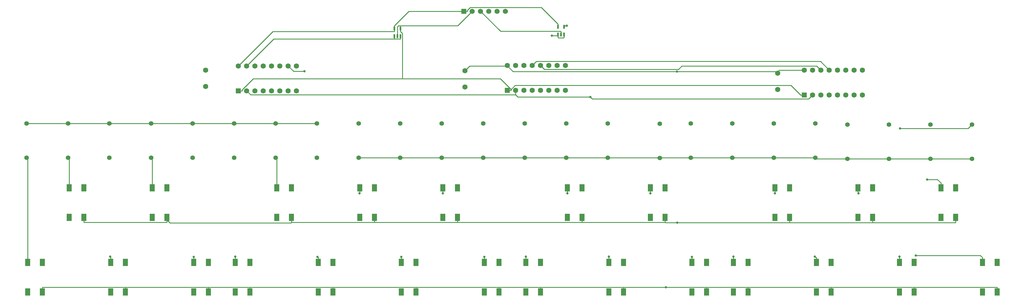
<source format=gtl>
G04 Layer: TopLayer*
G04 EasyEDA v6.5.40, 2024-07-25 19:00:12*
G04 cb6e2e9fbd21486d88ae5690d2d3dc00,10*
G04 Gerber Generator version 0.2*
G04 Scale: 100 percent, Rotated: No, Reflected: No *
G04 Dimensions in millimeters *
G04 leading zeros omitted , absolute positions ,4 integer and 5 decimal *
%FSLAX45Y45*%
%MOMM*%

%ADD10C,0.2540*%
%ADD11R,0.4900X1.1570*%
%ADD12R,0.4900X1.1750*%
%ADD13R,1.5000X2.3000*%
%ADD14C,1.6000*%
%ADD15C,1.5748*%
%ADD16R,1.5748X1.5748*%
%ADD17R,1.6000X1.6000*%
%ADD18C,1.4000*%
%ADD19C,0.7000*%
%ADD20C,0.0177*%

%LPD*%
D10*
X24295100Y4064000D02*
G01*
X24182349Y4064000D01*
X15214600Y4203700D02*
G01*
X15327325Y4203700D01*
X11944095Y6097066D02*
G01*
X11944095Y6005576D01*
X24182349Y4064000D02*
G01*
X23892713Y4353636D01*
X15449067Y4353636D01*
X15327325Y4231894D01*
X15327325Y4231894D02*
G01*
X15327325Y4203700D01*
X12005157Y4559300D02*
G01*
X12005157Y5944514D01*
X11944095Y6005576D01*
X7097725Y4191000D02*
G01*
X7097725Y4219194D01*
X7437831Y4559300D01*
X12005157Y4559300D01*
X12005157Y4559300D02*
G01*
X14999919Y4559300D01*
X15327325Y4231894D01*
X6985000Y4191000D02*
G01*
X7097725Y4191000D01*
X24803100Y4826000D02*
G01*
X24681205Y4947894D01*
X20549438Y4947894D01*
X20449489Y4847945D01*
X16348354Y4847945D01*
X16230600Y4965700D01*
X16852900Y6007735D02*
G01*
X16847693Y6012942D01*
X15005558Y6012942D01*
X14389100Y6629400D01*
X16852900Y5917133D02*
G01*
X16852900Y6007735D01*
X14135100Y6629400D02*
G01*
X13694384Y6188684D01*
X11886717Y6188684D01*
X11849100Y6151067D01*
X11849100Y5866333D01*
X25057100Y4826000D02*
G01*
X24792482Y5090617D01*
X16101517Y5090617D01*
X15976600Y4965700D01*
X508000Y2142007D02*
G01*
X537006Y2113000D01*
X537006Y-1069009D01*
X1778000Y2142007D02*
G01*
X1807006Y2113000D01*
X1807006Y1216990D01*
X8128000Y2142007D02*
G01*
X8157006Y2113000D01*
X8157006Y1216990D01*
X9385300Y3191992D02*
G01*
X8128000Y3191992D01*
X508000Y3191992D02*
G01*
X1778000Y3191992D01*
X1778000Y3191992D02*
G01*
X3035300Y3191992D01*
X3035300Y3191992D02*
G01*
X4318000Y3191992D01*
X4318000Y3191992D02*
G01*
X5588000Y3191992D01*
X5588000Y3191992D02*
G01*
X6858000Y3191992D01*
X6858000Y3191992D02*
G01*
X8128000Y3191992D01*
X28155900Y2103907D02*
G01*
X29425900Y2103907D01*
X28155900Y2103907D02*
G01*
X26885900Y2103907D01*
X26885900Y2103907D02*
G01*
X25615900Y2103907D01*
X25615900Y2103907D02*
G01*
X24676100Y2103907D01*
X24638000Y2142007D01*
X24638000Y2142007D02*
G01*
X23368000Y2142007D01*
X23368000Y2142007D02*
G01*
X22098000Y2142007D01*
X22098000Y2142007D02*
G01*
X20828000Y2142007D01*
X19875500Y2135657D02*
G01*
X19875500Y2129307D01*
X20828000Y2142007D02*
G01*
X19881850Y2142007D01*
X19875500Y2135657D01*
X19875500Y2135657D02*
G01*
X18294350Y2135657D01*
X18288000Y2142007D01*
X18288000Y2142007D02*
G01*
X17018000Y2142007D01*
X17018000Y2142007D02*
G01*
X15748000Y2142007D01*
X15748000Y2142007D02*
G01*
X14478000Y2142007D01*
X14478000Y2142007D02*
G01*
X13208000Y2142007D01*
X13208000Y2142007D02*
G01*
X11938000Y2142007D01*
X11938000Y2142007D02*
G01*
X10668000Y2142007D01*
X11944095Y5866333D02*
G01*
X11944095Y5775731D01*
X11754104Y5866333D02*
G01*
X11754104Y5775731D01*
X11754104Y5775604D02*
G01*
X11754104Y5775731D01*
X11944095Y5775731D02*
G01*
X11943968Y5775604D01*
X11754104Y5775604D01*
X11754104Y5775604D02*
G01*
X8061604Y5775604D01*
X7239000Y4953000D01*
X16757904Y5826531D02*
G01*
X16771391Y5813044D01*
X16934408Y5813044D01*
X16947895Y5826531D01*
X16947895Y5917133D02*
G01*
X16947895Y5826531D01*
X16571823Y5882386D02*
G01*
X16757904Y5882386D01*
X16757904Y5917133D02*
G01*
X16757904Y5882386D01*
X16757904Y5882386D02*
G01*
X16757904Y5826531D01*
X4318000Y2142007D02*
G01*
X4346981Y2113026D01*
X4346981Y1216990D01*
X10688065Y1044651D02*
G01*
X10697006Y1053592D01*
X10697006Y1216990D01*
X7239000Y4191000D02*
G01*
X7361123Y4068876D01*
X15468600Y4068876D01*
X15468600Y4068876D02*
G01*
X15468600Y4203700D01*
X16947895Y6147866D02*
G01*
X16981957Y6181928D01*
X17030141Y6181928D01*
X17753584Y4000296D02*
G01*
X17810378Y3943502D01*
X24428602Y3943502D01*
X24549100Y4064000D01*
X15468600Y4068876D02*
G01*
X15537179Y4000296D01*
X17753584Y4000296D01*
X23482300Y4776520D02*
G01*
X23482300Y4733112D01*
X24295100Y4826000D02*
G01*
X23531779Y4826000D01*
X23482300Y4776520D01*
X8606993Y159257D02*
G01*
X8607120Y159130D01*
X11146866Y159130D01*
X11146993Y159257D01*
X8606993Y307009D02*
G01*
X8606993Y159257D01*
X11146993Y307009D02*
G01*
X11146993Y159257D01*
X7336993Y-1978990D02*
G01*
X7336993Y-1831238D01*
X6066993Y-1978990D02*
G01*
X6066993Y-1831238D01*
X3526993Y-1978990D02*
G01*
X3526993Y-1831238D01*
X6066993Y-1831111D02*
G01*
X6066993Y-1831238D01*
X4796993Y159257D02*
G01*
X4796866Y159130D01*
X2257120Y159130D01*
X2256993Y159257D01*
X2256993Y307009D02*
G01*
X2256993Y159257D01*
X986993Y-1978990D02*
G01*
X986993Y-1831238D01*
X3526993Y-1831111D02*
G01*
X3526993Y-1831238D01*
X6066993Y-1831111D02*
G01*
X3526993Y-1831111D01*
X3526993Y-1831111D02*
G01*
X987120Y-1831111D01*
X986993Y-1831238D01*
X4796993Y307009D02*
G01*
X4796993Y233146D01*
X4796993Y233146D02*
G01*
X4796993Y159257D01*
X4796993Y233146D02*
G01*
X4887036Y143103D01*
X8590838Y143103D01*
X8606993Y159257D01*
X7336993Y-1831238D02*
G01*
X7336866Y-1831111D01*
X6066993Y-1831111D01*
X30197043Y-1978990D02*
G01*
X30197043Y-1831238D01*
X27657043Y-1978990D02*
G01*
X27657043Y-1831238D01*
X28927043Y307009D02*
G01*
X28927043Y159257D01*
X26387043Y307009D02*
G01*
X26387043Y159257D01*
X25116993Y-1978990D02*
G01*
X25116993Y-1831238D01*
X27657043Y-1831111D02*
G01*
X27657043Y-1831238D01*
X30197043Y-1831238D02*
G01*
X30196790Y-1831111D01*
X27657043Y-1831111D01*
X23846993Y307009D02*
G01*
X23846993Y159257D01*
X26387043Y149453D02*
G01*
X26387043Y159257D01*
X28927043Y159257D02*
G01*
X28917138Y149453D01*
X26387043Y149453D01*
X22576993Y-1978990D02*
G01*
X22576993Y-1831238D01*
X25116993Y-1831111D02*
G01*
X25116993Y-1831238D01*
X27657043Y-1831111D02*
G01*
X25116993Y-1831111D01*
X23846993Y149453D02*
G01*
X23846993Y159257D01*
X26387043Y149453D02*
G01*
X23846993Y149453D01*
X21306993Y-1978990D02*
G01*
X21306993Y-1831238D01*
X22576993Y-1831111D02*
G01*
X22576993Y-1831238D01*
X25116993Y-1831111D02*
G01*
X22576993Y-1831111D01*
X18766993Y-1978990D02*
G01*
X18766993Y-1831238D01*
X21306993Y-1831111D02*
G01*
X21306993Y-1831238D01*
X22576993Y-1831111D02*
G01*
X21306993Y-1831111D01*
X20036993Y170586D02*
G01*
X20036993Y159257D01*
X20036993Y307009D02*
G01*
X20036993Y170586D01*
X20036993Y159257D02*
G01*
X20036866Y159130D01*
X17497120Y159130D01*
X17496993Y159257D01*
X16226993Y-1978990D02*
G01*
X16226993Y-1831238D01*
X18766993Y-1831111D02*
G01*
X18766993Y-1831238D01*
X17496993Y307009D02*
G01*
X17496993Y170586D01*
X17496993Y170586D02*
G01*
X17496993Y159257D01*
X17496993Y159257D02*
G01*
X17496866Y159130D01*
X13687120Y159130D01*
X13686993Y159257D01*
X14956993Y-1978990D02*
G01*
X14956993Y-1831238D01*
X16226993Y-1831111D02*
G01*
X16226993Y-1831238D01*
X18766993Y-1831111D02*
G01*
X16226993Y-1831111D01*
X12416993Y-1978990D02*
G01*
X12416993Y-1831238D01*
X14956993Y-1831111D02*
G01*
X14956993Y-1831238D01*
X16226993Y-1831111D02*
G01*
X14956993Y-1831111D01*
X13686993Y307009D02*
G01*
X13686993Y170586D01*
X13686993Y170586D02*
G01*
X13686993Y159257D01*
X13686993Y159257D02*
G01*
X13686866Y159130D01*
X11147120Y159130D01*
X11146993Y159257D01*
X9876993Y-1978990D02*
G01*
X9876993Y-1831238D01*
X12416993Y-1831111D02*
G01*
X12416993Y-1831238D01*
X14956993Y-1831111D02*
G01*
X12416993Y-1831111D01*
X23846993Y149453D02*
G01*
X20409357Y149453D01*
X20409357Y149453D02*
G01*
X20046797Y149453D01*
X20036993Y159257D01*
X21306993Y-1831111D02*
G01*
X20061097Y-1831111D01*
X20061097Y-1831111D02*
G01*
X18766993Y-1831111D01*
X9877120Y-1831111D02*
G01*
X9876993Y-1831238D01*
X12416993Y-1831111D02*
G01*
X9877120Y-1831111D01*
X9877120Y-1831111D02*
G01*
X7337120Y-1831111D01*
X7336993Y-1831238D01*
X15214600Y4953025D02*
G01*
X15214600Y4965700D01*
X15214600Y4953025D02*
G01*
X14058671Y4953025D01*
X13914958Y4809312D01*
X11754104Y6188557D02*
G01*
X12194946Y6629400D01*
X13881100Y6629400D01*
X11754104Y6097066D02*
G01*
X11754104Y6188557D01*
X16757904Y6239357D02*
G01*
X16255085Y6742176D01*
X14077492Y6742176D01*
X13992580Y6657263D01*
X13992580Y6629400D01*
X16757904Y6147866D02*
G01*
X16757904Y6239357D01*
X13881100Y6629400D02*
G01*
X13992580Y6629400D01*
X15214600Y4953025D02*
G01*
X15391104Y4776520D01*
X20403083Y4776520D01*
X20403083Y4776520D02*
G01*
X23482300Y4776520D01*
X6985000Y4953000D02*
G01*
X8037575Y6005576D01*
X11754104Y6005576D01*
X11754104Y6097066D02*
G01*
X11754104Y6005576D01*
X6887006Y-895146D02*
G01*
X6887006Y-1069009D01*
X17047006Y1043533D02*
G01*
X17047006Y1216990D01*
X27206956Y-896594D02*
G01*
X27206956Y-1069009D01*
X29425900Y3153892D02*
G01*
X29310329Y3038246D01*
X27222704Y3038246D01*
X25956259Y1045641D02*
G01*
X25936956Y1064768D01*
X25936956Y1216990D01*
X24667006Y-1069009D02*
G01*
X24667006Y-921257D01*
X24621616Y-897026D02*
G01*
X24645848Y-921257D01*
X24667006Y-921257D01*
X23402290Y1045590D02*
G01*
X23397006Y1050874D01*
X23397006Y1216990D01*
X22127006Y-894918D02*
G01*
X22127006Y-1069009D01*
X20857006Y-897128D02*
G01*
X20857006Y-1069009D01*
X19587006Y1043533D02*
G01*
X19587006Y1216990D01*
X15777006Y-895197D02*
G01*
X15777006Y-1069009D01*
X14507006Y-897483D02*
G01*
X14507006Y-1069009D01*
X13237006Y1045311D02*
G01*
X13237006Y1216990D01*
X11967006Y-897204D02*
G01*
X11967006Y-1069009D01*
X3063671Y-896518D02*
G01*
X3076981Y-909828D01*
X3076981Y-1069009D01*
X5617006Y-898245D02*
G01*
X5617006Y-1069009D01*
X9427006Y-1069009D02*
G01*
X9427006Y-921257D01*
X9427006Y-921257D02*
G01*
X9404121Y-898372D01*
X9002572Y4785918D02*
G01*
X8676081Y4785918D01*
X8509000Y4953000D01*
X18317006Y-894511D02*
G01*
X18317006Y-1069009D01*
X28058109Y1472564D02*
G01*
X28369259Y1472564D01*
X28476956Y1364742D01*
X28476956Y1216990D02*
G01*
X28476956Y1364742D01*
X27710638Y-856614D02*
G01*
X29682440Y-856614D01*
X29746956Y-921257D01*
X29746956Y-1069009D02*
G01*
X29746956Y-921257D01*
D11*
G01*
X16757904Y5917133D03*
G01*
X16852900Y5917133D03*
G01*
X16947895Y5917133D03*
D12*
G01*
X16947895Y6147866D03*
G01*
X16757904Y6147866D03*
D11*
G01*
X11754104Y5866333D03*
G01*
X11849100Y5866333D03*
G01*
X11944095Y5866333D03*
D12*
G01*
X11944095Y6097066D03*
G01*
X11754104Y6097066D03*
D13*
G01*
X9877018Y-1069009D03*
G01*
X9876993Y-1978990D03*
G01*
X9427006Y-1069009D03*
G01*
X9427006Y-1978990D03*
G01*
X11147018Y1216990D03*
G01*
X11146993Y307009D03*
G01*
X10697006Y1216990D03*
G01*
X10697006Y307009D03*
G01*
X12417018Y-1069009D03*
G01*
X12416993Y-1978990D03*
G01*
X11967006Y-1069009D03*
G01*
X11967006Y-1978990D03*
G01*
X13687018Y1216990D03*
G01*
X13686993Y307009D03*
G01*
X13237006Y1216990D03*
G01*
X13237006Y307009D03*
G01*
X14957018Y-1069009D03*
G01*
X14956993Y-1978990D03*
G01*
X14507006Y-1069009D03*
G01*
X14507006Y-1978990D03*
G01*
X16227018Y-1069009D03*
G01*
X16226993Y-1978990D03*
G01*
X15777006Y-1069009D03*
G01*
X15777006Y-1978990D03*
G01*
X17497018Y1216990D03*
G01*
X17496993Y307009D03*
G01*
X17047006Y1216990D03*
G01*
X17047006Y307009D03*
G01*
X18767018Y-1069009D03*
G01*
X18766993Y-1978990D03*
G01*
X18317006Y-1069009D03*
G01*
X18317006Y-1978990D03*
G01*
X20037018Y1216990D03*
G01*
X20036993Y307009D03*
G01*
X19587006Y1216990D03*
G01*
X19587006Y307009D03*
G01*
X21307018Y-1069009D03*
G01*
X21306993Y-1978990D03*
G01*
X20857006Y-1069009D03*
G01*
X20857006Y-1978990D03*
G01*
X22577018Y-1069009D03*
G01*
X22576993Y-1978990D03*
G01*
X22127006Y-1069009D03*
G01*
X22127006Y-1978990D03*
G01*
X23847018Y1216990D03*
G01*
X23846993Y307009D03*
G01*
X23397006Y1216990D03*
G01*
X23397006Y307009D03*
G01*
X25117018Y-1069009D03*
G01*
X25116993Y-1978990D03*
G01*
X24667006Y-1069009D03*
G01*
X24667006Y-1978990D03*
G01*
X26387018Y1216990D03*
G01*
X26386993Y307009D03*
G01*
X25937006Y1216990D03*
G01*
X25937006Y307009D03*
G01*
X27657018Y-1069009D03*
G01*
X27656993Y-1978990D03*
G01*
X27207006Y-1069009D03*
G01*
X27207006Y-1978990D03*
G01*
X28927018Y1216990D03*
G01*
X28926993Y307009D03*
G01*
X28477006Y1216990D03*
G01*
X28477006Y307009D03*
G01*
X30197018Y-1069009D03*
G01*
X30196993Y-1978990D03*
G01*
X29747006Y-1069009D03*
G01*
X29747006Y-1978990D03*
G01*
X987018Y-1069009D03*
G01*
X986993Y-1978990D03*
G01*
X537006Y-1069009D03*
G01*
X537006Y-1978990D03*
G01*
X2257018Y1216990D03*
G01*
X2256993Y307009D03*
G01*
X1807006Y1216990D03*
G01*
X1807006Y307009D03*
G01*
X3527018Y-1069009D03*
G01*
X3526993Y-1978990D03*
G01*
X3076981Y-1069009D03*
G01*
X3076981Y-1978990D03*
G01*
X4797018Y1216990D03*
G01*
X4796993Y307009D03*
G01*
X4346981Y1216990D03*
G01*
X4346981Y307009D03*
G01*
X6067018Y-1069009D03*
G01*
X6066993Y-1978990D03*
G01*
X5617006Y-1069009D03*
G01*
X5617006Y-1978990D03*
G01*
X7337018Y-1069009D03*
G01*
X7336993Y-1978990D03*
G01*
X6887006Y-1069009D03*
G01*
X6887006Y-1978990D03*
G01*
X8607018Y1216990D03*
G01*
X8606993Y307009D03*
G01*
X8157006Y1216990D03*
G01*
X8157006Y307009D03*
D14*
G01*
X5981700Y4322013D03*
G01*
X5981700Y4822012D03*
G01*
X13914958Y4309313D03*
G01*
X13914958Y4809312D03*
D15*
G01*
X15151100Y6629400D03*
G01*
X14897100Y6629400D03*
G01*
X14643100Y6629400D03*
G01*
X14389100Y6629400D03*
G01*
X14135100Y6629400D03*
D16*
G01*
X13881100Y6629400D03*
D14*
G01*
X23482300Y4233113D03*
G01*
X23482300Y4733112D03*
G01*
X6985000Y4953000D03*
G01*
X7239000Y4953000D03*
G01*
X7493000Y4953000D03*
G01*
X7747000Y4953000D03*
G01*
X8001000Y4953000D03*
G01*
X8255000Y4953000D03*
G01*
X8509000Y4953000D03*
G01*
X8763000Y4953000D03*
G01*
X8763000Y4191000D03*
G01*
X8509000Y4191000D03*
G01*
X8255000Y4191000D03*
G01*
X8001000Y4191000D03*
G01*
X7747000Y4191000D03*
G01*
X7493000Y4191000D03*
G01*
X7239000Y4191000D03*
D17*
G01*
X6985000Y4191000D03*
D14*
G01*
X15214600Y4965700D03*
G01*
X15468600Y4965700D03*
G01*
X15722600Y4965700D03*
G01*
X15976600Y4965700D03*
G01*
X16230600Y4965700D03*
G01*
X16484600Y4965700D03*
G01*
X16738600Y4965700D03*
G01*
X16992600Y4965700D03*
G01*
X16992600Y4203700D03*
G01*
X16738600Y4203700D03*
G01*
X16484600Y4203700D03*
G01*
X16230600Y4203700D03*
G01*
X15976600Y4203700D03*
G01*
X15722600Y4203700D03*
G01*
X15468600Y4203700D03*
D17*
G01*
X15214600Y4203700D03*
D14*
G01*
X24295100Y4826000D03*
G01*
X24549100Y4826000D03*
G01*
X24803100Y4826000D03*
G01*
X25057100Y4826000D03*
G01*
X25311100Y4826000D03*
G01*
X25565100Y4826000D03*
G01*
X25819100Y4826000D03*
G01*
X26073100Y4826000D03*
G01*
X26073100Y4064000D03*
G01*
X25819100Y4064000D03*
G01*
X25565100Y4064000D03*
G01*
X25311100Y4064000D03*
G01*
X25057100Y4064000D03*
G01*
X24803100Y4064000D03*
G01*
X24549100Y4064000D03*
D17*
G01*
X24295100Y4064000D03*
D18*
G01*
X10668000Y3191997D03*
G01*
X10668000Y2142012D03*
G01*
X11938000Y3191997D03*
G01*
X11938000Y2142012D03*
G01*
X13208000Y3191997D03*
G01*
X13208000Y2142012D03*
G01*
X14478000Y3191997D03*
G01*
X14478000Y2142012D03*
G01*
X15748000Y3191997D03*
G01*
X15748000Y2142012D03*
G01*
X17018000Y3191997D03*
G01*
X17018000Y2142012D03*
G01*
X18288000Y3191997D03*
G01*
X18288000Y2142012D03*
G01*
X19875500Y3179297D03*
G01*
X19875500Y2129312D03*
G01*
X20828000Y3191992D03*
G01*
X20828000Y2142007D03*
G01*
X22098000Y3191992D03*
G01*
X22098000Y2142007D03*
G01*
X23368000Y3191992D03*
G01*
X23368000Y2142007D03*
G01*
X24638000Y3191992D03*
G01*
X24638000Y2142007D03*
G01*
X25615900Y3153892D03*
G01*
X25615900Y2103907D03*
G01*
X29425900Y3153892D03*
G01*
X29425900Y2103907D03*
G01*
X28155900Y3153892D03*
G01*
X28155900Y2103907D03*
G01*
X26885900Y3153892D03*
G01*
X26885900Y2103907D03*
G01*
X8128000Y2142007D03*
G01*
X8128000Y3191992D03*
G01*
X6858000Y2142007D03*
G01*
X6858000Y3191992D03*
G01*
X5588000Y2142007D03*
G01*
X5588000Y3191992D03*
G01*
X4318000Y2142007D03*
G01*
X4318000Y3191992D03*
G01*
X3035300Y2142007D03*
G01*
X3035300Y3191992D03*
G01*
X1778000Y2142007D03*
G01*
X1778000Y3191992D03*
G01*
X508000Y2142007D03*
G01*
X508000Y3191992D03*
G01*
X9385300Y2142007D03*
G01*
X9385300Y3191992D03*
D19*
G01*
X27710638Y-856614D03*
G01*
X28058109Y1472564D03*
G01*
X18317006Y-894511D03*
G01*
X9002572Y4785918D03*
G01*
X9404121Y-898372D03*
G01*
X5617006Y-898245D03*
G01*
X3063671Y-896518D03*
G01*
X11967006Y-897204D03*
G01*
X13237006Y1045311D03*
G01*
X14507006Y-897483D03*
G01*
X15777006Y-895197D03*
G01*
X19587006Y1043533D03*
G01*
X20857006Y-897128D03*
G01*
X22127006Y-894918D03*
G01*
X23402290Y1045590D03*
G01*
X24621616Y-897026D03*
G01*
X25956259Y1045641D03*
G01*
X27222704Y3038246D03*
G01*
X27206956Y-896594D03*
G01*
X17047006Y1043533D03*
G01*
X6887006Y-895146D03*
G01*
X20403083Y4776520D03*
G01*
X20061097Y-1831111D03*
G01*
X20409357Y149453D03*
G01*
X17030141Y6181928D03*
G01*
X17753584Y4000296D03*
G01*
X10688065Y1044651D03*
G01*
X16571823Y5882386D03*
M02*

</source>
